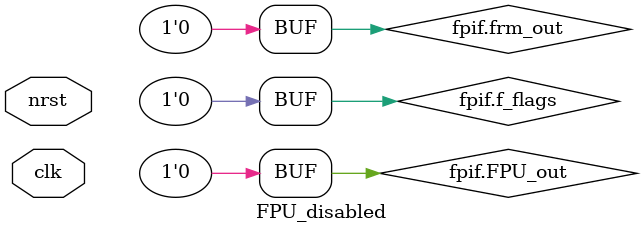
<source format=sv>
`include "FPU_all_if.vh"
`include "f_register_file_if.vh"

module FPU_disabled
(
 input 	       clk,
 input 	       nrst,
 FPU_all_if.fp fpif 
 );

// all outputs set to '0

assign fpif.FPU_out = '0;
assign fpif.f_flags = '0;
assign fpif.frm_out = '0;

endmodule

</source>
